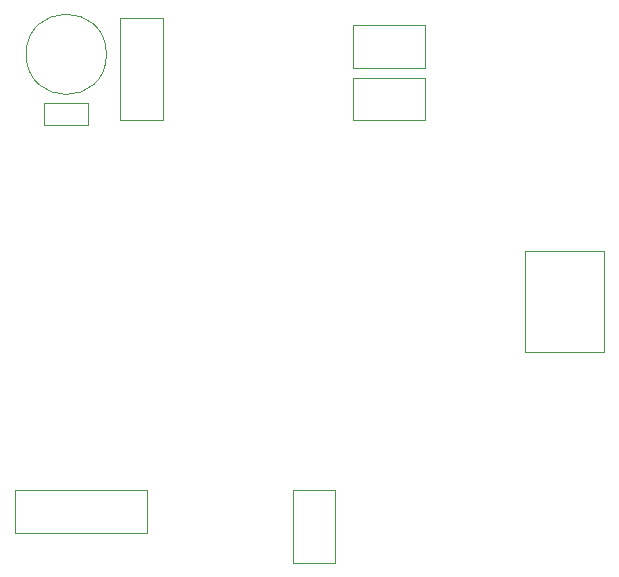
<source format=gbr>
%TF.GenerationSoftware,KiCad,Pcbnew,5.1.10*%
%TF.CreationDate,2021-10-27T21:34:53+02:00*%
%TF.ProjectId,JeanCloud_pcb_regular,4a65616e-436c-46f7-9564-5f7063625f72,rev?*%
%TF.SameCoordinates,Original*%
%TF.FileFunction,Other,User*%
%FSLAX46Y46*%
G04 Gerber Fmt 4.6, Leading zero omitted, Abs format (unit mm)*
G04 Created by KiCad (PCBNEW 5.1.10) date 2021-10-27 21:34:53*
%MOMM*%
%LPD*%
G01*
G04 APERTURE LIST*
%ADD10C,0.050000*%
G04 APERTURE END LIST*
D10*
%TO.C,J1*%
X97215000Y-55685000D02*
X103965000Y-55685000D01*
X103965000Y-55685000D02*
X103965000Y-47185000D01*
X97215000Y-55685000D02*
X97215000Y-47185000D01*
X97215000Y-47185000D02*
X103965000Y-47185000D01*
%TO.C,J2*%
X54080000Y-71015000D02*
X65280000Y-71015000D01*
X65280000Y-71015000D02*
X65280000Y-67415000D01*
X65280000Y-67415000D02*
X54080000Y-67415000D01*
X54080000Y-67415000D02*
X54080000Y-71015000D01*
%TO.C,J3*%
X62970000Y-27410000D02*
X62970000Y-36060000D01*
X62970000Y-36060000D02*
X66570000Y-36060000D01*
X66570000Y-36060000D02*
X66570000Y-27410000D01*
X66570000Y-27410000D02*
X62970000Y-27410000D01*
%TO.C,J4*%
X77575000Y-67415000D02*
X77575000Y-73565000D01*
X77575000Y-73565000D02*
X81175000Y-73565000D01*
X81175000Y-73565000D02*
X81175000Y-67415000D01*
X81175000Y-67415000D02*
X77575000Y-67415000D01*
%TO.C,J5*%
X82655000Y-28045000D02*
X82655000Y-31645000D01*
X88805000Y-28045000D02*
X82655000Y-28045000D01*
X88805000Y-31645000D02*
X88805000Y-28045000D01*
X82655000Y-31645000D02*
X88805000Y-31645000D01*
%TO.C,J6*%
X82655000Y-36090000D02*
X88805000Y-36090000D01*
X88805000Y-36090000D02*
X88805000Y-32490000D01*
X88805000Y-32490000D02*
X82655000Y-32490000D01*
X82655000Y-32490000D02*
X82655000Y-36090000D01*
%TO.C,C1*%
X61820000Y-30500000D02*
G75*
G03*
X61820000Y-30500000I-3400000J0D01*
G01*
%TO.C,R1*%
X56570000Y-34610000D02*
X60270000Y-34610000D01*
X56570000Y-36510000D02*
X56570000Y-34610000D01*
X60270000Y-36510000D02*
X56570000Y-36510000D01*
X60270000Y-34610000D02*
X60270000Y-36510000D01*
%TD*%
M02*

</source>
